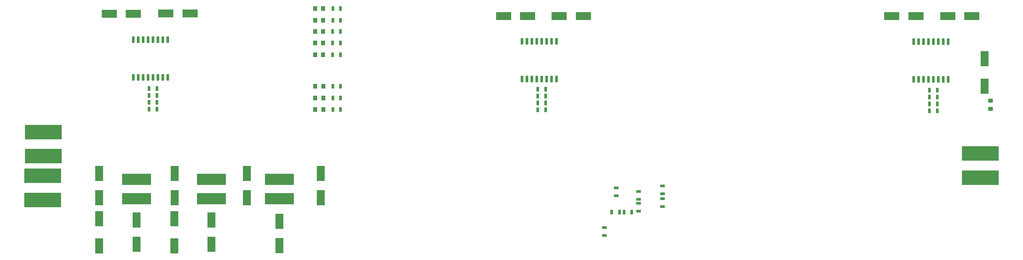
<source format=gbr>
%TF.GenerationSoftware,Altium Limited,Altium Designer,26.1.1 (7)*%
G04 Layer_Color=8421504*
%FSLAX43Y43*%
%MOMM*%
%TF.SameCoordinates,F910D8A4-5627-44EB-A571-6FFAAA827985*%
%TF.FilePolarity,Positive*%
%TF.FileFunction,Paste,Top*%
%TF.Part,Single*%
G01*
G75*
%TA.AperFunction,SMDPad,CuDef*%
%ADD10R,4.000X2.000*%
%ADD11R,9.500X3.750*%
%ADD12R,0.800X1.250*%
%ADD13R,1.250X0.800*%
%ADD14R,1.100X1.200*%
%ADD15R,2.000X4.000*%
G04:AMPARAMS|DCode=16|XSize=1.65mm|YSize=0.6mm|CornerRadius=0.051mm|HoleSize=0mm|Usage=FLASHONLY|Rotation=90.000|XOffset=0mm|YOffset=0mm|HoleType=Round|Shape=RoundedRectangle|*
%AMROUNDEDRECTD16*
21,1,1.650,0.498,0,0,90.0*
21,1,1.548,0.600,0,0,90.0*
1,1,0.102,0.249,0.774*
1,1,0.102,0.249,-0.774*
1,1,0.102,-0.249,-0.774*
1,1,0.102,-0.249,0.774*
%
%ADD16ROUNDEDRECTD16*%
%ADD17R,7.500X3.000*%
%ADD18R,1.200X1.100*%
D10*
X165305Y64331D02*
D03*
X171528D02*
D03*
X70101Y65061D02*
D03*
X63878D02*
D03*
X55501Y64911D02*
D03*
X49278D02*
D03*
X257282Y64354D02*
D03*
X251059D02*
D03*
X271712D02*
D03*
X265489D02*
D03*
X157156Y64321D02*
D03*
X150933D02*
D03*
D11*
X32250Y34400D02*
D03*
Y28150D02*
D03*
X32125Y23111D02*
D03*
Y16861D02*
D03*
X273925Y22600D02*
D03*
Y28850D02*
D03*
D12*
X108929Y66255D02*
D03*
X106929D02*
D03*
X106880Y60366D02*
D03*
X108880D02*
D03*
X106880Y57366D02*
D03*
X108880D02*
D03*
X106880Y54366D02*
D03*
X108880D02*
D03*
X106905Y40216D02*
D03*
X108905D02*
D03*
X106905Y43216D02*
D03*
X108905D02*
D03*
X106905Y46216D02*
D03*
X108905D02*
D03*
X108929Y63245D02*
D03*
X106929D02*
D03*
X178851Y13742D02*
D03*
X180851D02*
D03*
X184007Y13742D02*
D03*
X182007D02*
D03*
X59542Y43851D02*
D03*
X61542D02*
D03*
X61532Y42062D02*
D03*
X59532D02*
D03*
X59542Y45661D02*
D03*
X61542D02*
D03*
Y40272D02*
D03*
X59542D02*
D03*
X260807Y43450D02*
D03*
X262807D02*
D03*
Y41670D02*
D03*
X260807D02*
D03*
X260812Y45175D02*
D03*
X262812D02*
D03*
X262812Y39895D02*
D03*
X260812D02*
D03*
X159813Y41938D02*
D03*
X161813D02*
D03*
Y43721D02*
D03*
X159813D02*
D03*
X161813Y45491D02*
D03*
X159813D02*
D03*
Y40118D02*
D03*
X161813D02*
D03*
D13*
X191982Y18479D02*
D03*
Y20479D02*
D03*
X176950Y7700D02*
D03*
Y9700D02*
D03*
X191982Y17149D02*
D03*
Y15149D02*
D03*
X185741Y15975D02*
D03*
Y13975D02*
D03*
X185741Y19021D02*
D03*
Y17021D02*
D03*
X180000Y19975D02*
D03*
Y17975D02*
D03*
D14*
X104430Y60366D02*
D03*
X102330D02*
D03*
X104430Y57366D02*
D03*
X102330D02*
D03*
X104430Y66254D02*
D03*
X102330D02*
D03*
X104430Y63245D02*
D03*
X102330D02*
D03*
X104430Y54366D02*
D03*
X102330D02*
D03*
X104455Y43216D02*
D03*
X102355D02*
D03*
X104455Y46216D02*
D03*
X102355D02*
D03*
X104455Y40216D02*
D03*
X102355D02*
D03*
D15*
X103850Y23675D02*
D03*
Y17452D02*
D03*
X66150Y23675D02*
D03*
Y17452D02*
D03*
X84800Y23675D02*
D03*
Y17452D02*
D03*
X66075Y4950D02*
D03*
Y12050D02*
D03*
X75625Y11675D02*
D03*
Y5452D02*
D03*
X275000Y53319D02*
D03*
Y46219D02*
D03*
X93125Y11300D02*
D03*
Y5077D02*
D03*
X46660Y23675D02*
D03*
Y17452D02*
D03*
X56350Y11675D02*
D03*
Y5452D02*
D03*
X46700Y4950D02*
D03*
Y12050D02*
D03*
D16*
X60521Y48476D02*
D03*
X64331D02*
D03*
X57981D02*
D03*
X59251D02*
D03*
X55441Y58226D02*
D03*
X56711D02*
D03*
X57981D02*
D03*
X59251D02*
D03*
X60521D02*
D03*
X61791D02*
D03*
X63061D02*
D03*
X64331D02*
D03*
X63061Y48476D02*
D03*
X61791D02*
D03*
X56711D02*
D03*
X55441D02*
D03*
X261812Y47979D02*
D03*
X265622D02*
D03*
X259272D02*
D03*
X260542D02*
D03*
X256732Y57729D02*
D03*
X258002D02*
D03*
X259272D02*
D03*
X260542D02*
D03*
X261812D02*
D03*
X263082D02*
D03*
X264352D02*
D03*
X265622D02*
D03*
X264352Y47979D02*
D03*
X263082D02*
D03*
X258002D02*
D03*
X256732D02*
D03*
X155738Y48086D02*
D03*
X157008D02*
D03*
X162088D02*
D03*
X163358D02*
D03*
X164628Y57836D02*
D03*
X163358D02*
D03*
X162088D02*
D03*
X160818D02*
D03*
X159548D02*
D03*
X158278D02*
D03*
X157008D02*
D03*
X155738D02*
D03*
X159548Y48086D02*
D03*
X158278D02*
D03*
X164628D02*
D03*
X160818D02*
D03*
D17*
X75575Y22200D02*
D03*
Y17200D02*
D03*
X93125D02*
D03*
Y22200D02*
D03*
X56300Y17200D02*
D03*
Y22200D02*
D03*
D18*
X276541Y42468D02*
D03*
Y40368D02*
D03*
%TF.MD5,1966616b0bcba412bceb860ce0f7163d*%
M02*

</source>
